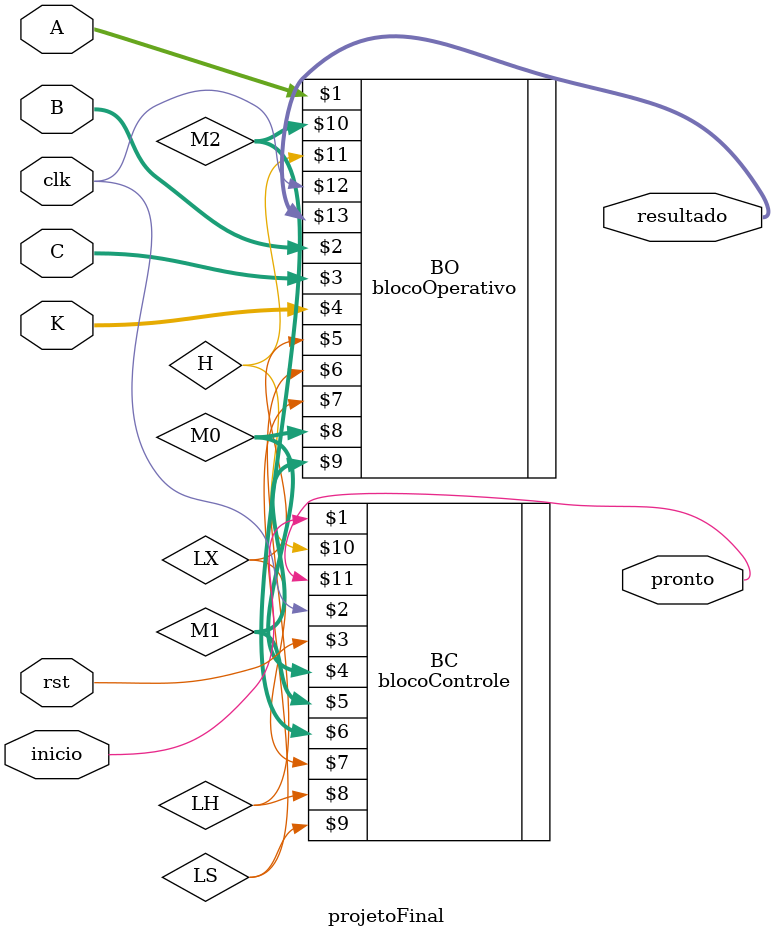
<source format=v>
`include "blocoControle.v"
`include "blocoOperativo.v"

module projetoFinal (
    
    input [15:0] A,
    input [15:0] B,
    input [15:0] C,
    input [7:0] K,
    input inicio,
    input clk,
    input rst,
    output pronto,
    output [15:0] resultado
);

    wire LX;
    wire LH;
    wire LS;
    wire H;
    wire [1:0] M0;
    wire [1:0] M1;
    wire [1:0] M2;

    blocoControle BC(inicio, clk, rst, M0, M1, M2, LX, LH, LS, H, pronto);
    blocoOperativo BO(A, B, C, K, LX, LH, LS, M0, M1, M2, H, clk, resultado);
    
endmodule
</source>
